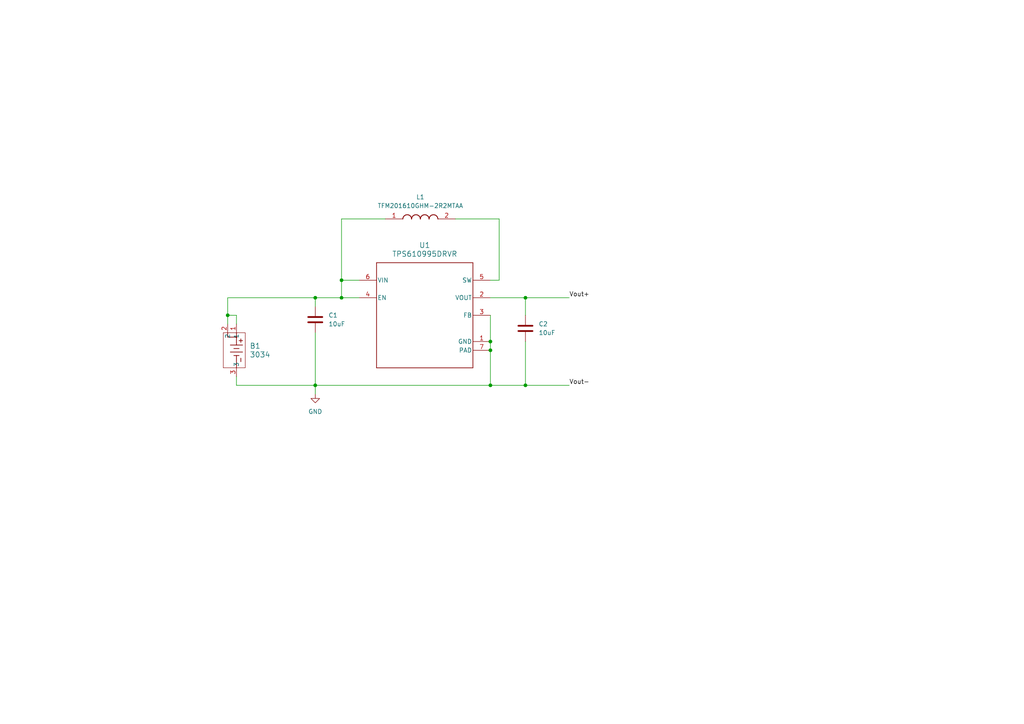
<source format=kicad_sch>
(kicad_sch (version 20230121) (generator eeschema)
  (paper "A4")
  (lib_symbols
    (symbol "BatteryHolder:3034" (pin_names (offset 0.254))
      (property "Reference" "B" (at 7.62 8.89 0))
      (property "Value" "3034" (at 7.62 5.08 0))
      (symbol "3034_0_1"
        (polyline (pts (xy 2.54 -3.81) (xy 12.7 -3.81)) (stroke (width 0.127)))
        (polyline (pts (xy 2.54 -2.54) (xy 3.81 -2.54)) (stroke (width 0.2032)))
        (polyline (pts (xy 2.54 0) (xy 6.096 0)) (stroke (width 0.2032)))
        (polyline (pts (xy 2.54 2.54) (xy 2.54 -3.81)) (stroke (width 0.127)))
        (polyline (pts (xy 3.81 0) (xy 3.81 -2.54)) (stroke (width 0.2032)))
        (polyline (pts (xy 4.318 1.27) (xy 5.334 1.27)) (stroke (width 0.2032)))
        (polyline (pts (xy 4.826 1.778) (xy 4.826 0.762)) (stroke (width 0.2032)))
        (polyline (pts (xy 6.096 -1.778) (xy 6.096 1.778)) (stroke (width 0.2032)))
        (polyline (pts (xy 7.112 0.762) (xy 7.112 -0.762)) (stroke (width 0.2032)))
        (polyline (pts (xy 8.128 -1.778) (xy 8.128 1.778)) (stroke (width 0.2032)))
        (polyline (pts (xy 9.144 0) (xy 12.7 0)) (stroke (width 0.2032)))
        (polyline (pts (xy 9.144 0.762) (xy 9.144 -0.762)) (stroke (width 0.2032)))
        (polyline (pts (xy 9.906 1.27) (xy 10.922 1.27)) (stroke (width 0.2032)))
        (polyline (pts (xy 12.7 -3.81) (xy 12.7 2.54)) (stroke (width 0.127)))
        (polyline (pts (xy 12.7 2.54) (xy 2.54 2.54)) (stroke (width 0.127)))
        (circle (center 3.81 0) (radius 0.127) (stroke (width 0.254)))
        (pin unspecified line (at 0 0 0) (length 2.54) (name "1") (number "1"))
        (pin unspecified line (at 0 -2.54 0) (length 2.54) (name "2") (number "2"))
        (pin unspecified line (at 15.24 0 180) (length 2.54) (name "3") (number "3"))
      )
    )
    (symbol "Device:C" (pin_numbers hide) (pin_names (offset 0.254))
      (property "Reference" "C" (at 0.635 2.54 0))
      (property "Value" "C" (at 0.635 -2.54 0))
      (symbol "C_0_1"
        (polyline (pts (xy -2.032 -0.762) (xy 2.032 -0.762)) (stroke (width 0.508)))
        (polyline (pts (xy -2.032 0.762) (xy 2.032 0.762)) (stroke (width 0.508)))
      )
      (symbol "C_1_1"
        (pin passive line (at 0 3.81 270) (length 2.794) (name "~") (number "1"))
        (pin passive line (at 0 -3.81 90) (length 2.794) (name "~") (number "2"))
      )
    )
    (symbol "TFM201610GHM-2R2MTAA:TFM201610GHM-2R2MTAA" (pin_names hide)
      (property "Reference" "L" (at 16.51 6.35 0))
      (property "Value" "TFM201610GHM-2R2MTAA" (at 16.51 3.81 0))
      (symbol "TFM201610GHM-2R2MTAA_1_1"
        (arc (start 7.62 0) (mid 6.35 1.219) (end 5.08 0) (stroke (width 0.254)))
        (arc (start 10.16 0) (mid 8.89 1.219) (end 7.62 0) (stroke (width 0.254)))
        (arc (start 12.7 0) (mid 11.43 1.219) (end 10.16 0) (stroke (width 0.254)))
        (arc (start 15.24 0) (mid 13.97 1.219) (end 12.7 0) (stroke (width 0.254)))
        (pin passive line (at 0 0 0) (length 5.08) (name "1") (number "1"))
        (pin passive line (at 20.32 0 180) (length 5.08) (name "2") (number "2"))
      )
    )
    (symbol "TPS61099:TPS610995DRVR" (pin_names (offset 0.254))
      (property "Reference" "U" (at 0 2.54 0))
      (property "Value" "TPS610995DRVR" (at 0 0 0))
      (symbol "TPS610995DRVR_0_1"
        (polyline (pts (xy -12.7 -15.24) (xy 15.24 -15.24)) (stroke (width 0.2032)))
        (polyline (pts (xy -12.7 15.24) (xy -12.7 -15.24)) (stroke (width 0.2032)))
        (polyline (pts (xy 15.24 -15.24) (xy 15.24 15.24)) (stroke (width 0.2032)))
        (polyline (pts (xy 15.24 15.24) (xy -12.7 15.24)) (stroke (width 0.2032)))
        (pin power_in line (at 20.32 -7.62 180) (length 5.08) (name "GND") (number "1"))
        (pin power_in line (at 20.32 5.08 180) (length 5.08) (name "VOUT") (number "2"))
        (pin input line (at 20.32 0 180) (length 5.08) (name "FB") (number "3"))
        (pin input line (at -17.78 5.08 0) (length 5.08) (name "EN") (number "4"))
        (pin power_in line (at 20.32 10.16 180) (length 5.08) (name "SW") (number "5"))
        (pin power_in line (at -17.78 10.16 0) (length 5.08) (name "VIN") (number "6"))
        (pin power_in line (at 20.32 -10.16 180) (length 5.08) (name "PAD") (number "7"))
      )
    )
    (symbol "power:GND" (power) (pin_names (offset 0))
      (property "Value" "GND" (at 0 -3.81 0))
      (symbol "GND_0_1"
        (polyline (pts (xy 0 0) (xy 0 -1.27) (xy 1.27 -1.27) (xy 0 -2.54) (xy -1.27 -1.27) (xy 0 -1.27)))
      )
      (symbol "GND_1_1"
        (pin power_in line (at 0 0 270) (length 0) hide (name "GND") (number "1"))
      )
    )
  )
  (junction (at 91.44 86.36))
  (junction (at 142.24 101.6))
  (junction (at 99.06 81.28))
  (junction (at 99.06 86.36))
  (junction (at 66.04 91.44))
  (junction (at 152.4 86.36))
  (junction (at 142.24 111.76))
  (junction (at 91.44 111.76))
  (junction (at 142.24 99.06))
  (junction (at 152.4 111.76))
  (wire (pts (xy 66.04 91.44) (xy 66.04 93.98)))
  (wire (pts (xy 68.58 111.76) (xy 68.58 109.22)))
  (wire (pts (xy 142.24 99.06) (xy 142.24 101.6)))
  (wire (pts (xy 66.04 86.36) (xy 66.04 91.44)))
  (wire (pts (xy 99.06 86.36) (xy 99.06 81.28)))
  (wire (pts (xy 144.78 81.28) (xy 142.24 81.28)))
  (wire (pts (xy 99.06 63.5) (xy 111.76 63.5)))
  (wire (pts (xy 68.58 93.98) (xy 68.58 91.44)))
  (wire (pts (xy 142.24 101.6) (xy 142.24 111.76)))
  (wire (pts (xy 152.4 111.76) (xy 142.24 111.76)))
  (wire (pts (xy 91.44 86.36) (xy 91.44 88.9)))
  (wire (pts (xy 152.4 99.06) (xy 152.4 111.76)))
  (wire (pts (xy 91.44 114.3) (xy 91.44 111.76)))
  (wire (pts (xy 66.04 86.36) (xy 91.44 86.36)))
  (wire (pts (xy 91.44 111.76) (xy 68.58 111.76)))
  (wire (pts (xy 142.24 86.36) (xy 152.4 86.36)))
  (wire (pts (xy 91.44 96.52) (xy 91.44 111.76)))
  (wire (pts (xy 144.78 63.5) (xy 144.78 81.28)))
  (wire (pts (xy 104.14 81.28) (xy 99.06 81.28)))
  (wire (pts (xy 99.06 81.28) (xy 99.06 63.5)))
  (wire (pts (xy 142.24 111.76) (xy 91.44 111.76)))
  (wire (pts (xy 68.58 91.44) (xy 66.04 91.44)))
  (wire (pts (xy 91.44 86.36) (xy 99.06 86.36)))
  (wire (pts (xy 152.4 111.76) (xy 165.1 111.76)))
  (wire (pts (xy 132.08 63.5) (xy 144.78 63.5)))
  (wire (pts (xy 142.24 91.44) (xy 142.24 99.06)))
  (wire (pts (xy 104.14 86.36) (xy 99.06 86.36)))
  (wire (pts (xy 152.4 86.36) (xy 152.4 91.44)))
  (wire (pts (xy 152.4 86.36) (xy 165.1 86.36)))
  (label "Vout-" (at 165.1 111.76 0))
  (label "Vout+" (at 165.1 86.36 0))
  (symbol (lib_id "TFM201610GHM-2R2MTAA:TFM201610GHM-2R2MTAA") (at 111.76 63.5 0) (unit 1)
    (property "Reference" "L1" (at 121.92 57.15 0))
    (property "Value" "TFM201610GHM-2R2MTAA" (at 121.92 59.69 0))
    (property "Footprint" "Inductor_TFM:INDC2016X100N" (effects hide))
    (property "Datasheet" "https://product.tdk.com/system/files/dam/doc/product/inductor/inductor/smd/catalog/inductor_commercial_power_tfm201610ghm_en.pdf" (effects hide))
    (property "Height" "1" (effects hide))
    (property "Mouser Part Number" "810-TFM201610GHM2R2A" (effects hide))
    (property "Mouser Price/Stock" "https://www.mouser.co.uk/ProductDetail/TDK/TFM201610GHM-2R2MTAA?qs=x2oBzs92lc2CwmNdLeOV5Q%3D%3D" (effects hide))
    (property "Manufacturer_Name" "TDK" (effects hide))
    (property "Manufacturer_Part_Number" "TFM201610GHM-2R2MTAA" (effects hide))
  )
  (symbol (lib_id "TPS61099:TPS610995DRVR") (at 121.92 91.44 0) (unit 1)
    (property "Reference" "U1" (at 123.19 71.12 0) (effects (font (size 1.524 1.524))))
    (property "Value" "TPS610995DRVR" (at 123.19 73.66 0) (effects (font (size 1.524 1.524))))
    (property "Footprint" "TPS610995DRVR:DRV0006A" (effects hide))
    (property "Datasheet" "TPS610995DRVR" (effects hide))
  )
  (symbol (lib_id "Device:C") (at 91.44 92.71 0) (unit 1)
    (property "Reference" "C1" (at 95.25 91.44 0) (effects (justify left)))
    (property "Value" "10uF" (at 95.25 93.98 0) (effects (justify left)))
    (property "Footprint" "Capacitor_SMD:C_0402_1005Metric" (effects hide))
  )
  (symbol (lib_id "power:GND") (at 91.44 114.3 0) (unit 1)
    (property "Reference" "#PWR01" (effects hide))
    (property "Value" "GND" (at 91.44 119.38 0))
  )
  (symbol (lib_id "Device:C") (at 152.4 95.25 0) (unit 1)
    (property "Reference" "C2" (at 156.21 93.98 0) (effects (justify left)))
    (property "Value" "10uF" (at 156.21 96.52 0) (effects (justify left)))
    (property "Footprint" "Capacitor_SMD:C_0402_1005Metric" (effects hide))
  )
  (symbol (lib_id "BatteryHolder:3034") (at 68.58 93.98 270) (unit 1)
    (property "Reference" "B1" (at 72.39 100.33 90) (effects (font (size 1.524 1.524)) (justify left)))
    (property "Value" "3034" (at 72.39 102.87 90) (effects (font (size 1.524 1.524)) (justify left)))
    (property "Footprint" "3034:3034_KEY" (effects hide))
    (property "Datasheet" "3034" (effects hide))
  )
)
</source>
